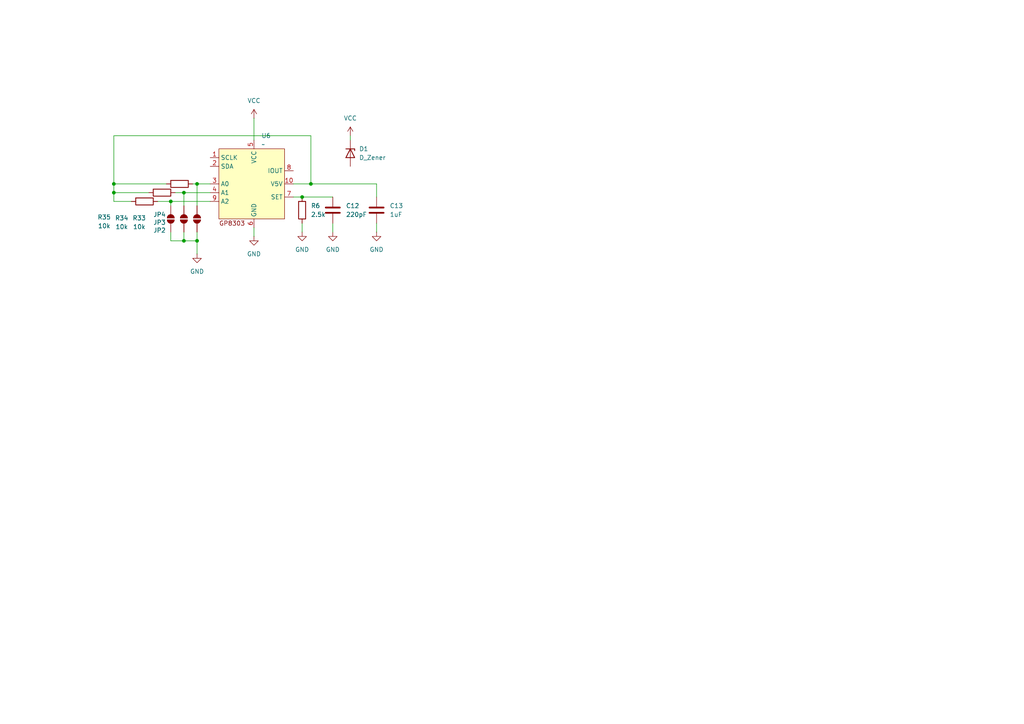
<source format=kicad_sch>
(kicad_sch
	(version 20250114)
	(generator "eeschema")
	(generator_version "9.0")
	(uuid "215639a1-f5ce-45eb-b212-20ea1f8a9dc5")
	(paper "A4")
	(lib_symbols
		(symbol "Device:C"
			(pin_numbers
				(hide yes)
			)
			(pin_names
				(offset 0.254)
			)
			(exclude_from_sim no)
			(in_bom yes)
			(on_board yes)
			(property "Reference" "C"
				(at 0.635 2.54 0)
				(effects
					(font
						(size 1.27 1.27)
					)
					(justify left)
				)
			)
			(property "Value" "C"
				(at 0.635 -2.54 0)
				(effects
					(font
						(size 1.27 1.27)
					)
					(justify left)
				)
			)
			(property "Footprint" ""
				(at 0.9652 -3.81 0)
				(effects
					(font
						(size 1.27 1.27)
					)
					(hide yes)
				)
			)
			(property "Datasheet" "~"
				(at 0 0 0)
				(effects
					(font
						(size 1.27 1.27)
					)
					(hide yes)
				)
			)
			(property "Description" "Unpolarized capacitor"
				(at 0 0 0)
				(effects
					(font
						(size 1.27 1.27)
					)
					(hide yes)
				)
			)
			(property "ki_keywords" "cap capacitor"
				(at 0 0 0)
				(effects
					(font
						(size 1.27 1.27)
					)
					(hide yes)
				)
			)
			(property "ki_fp_filters" "C_*"
				(at 0 0 0)
				(effects
					(font
						(size 1.27 1.27)
					)
					(hide yes)
				)
			)
			(symbol "C_0_1"
				(polyline
					(pts
						(xy -2.032 0.762) (xy 2.032 0.762)
					)
					(stroke
						(width 0.508)
						(type default)
					)
					(fill
						(type none)
					)
				)
				(polyline
					(pts
						(xy -2.032 -0.762) (xy 2.032 -0.762)
					)
					(stroke
						(width 0.508)
						(type default)
					)
					(fill
						(type none)
					)
				)
			)
			(symbol "C_1_1"
				(pin passive line
					(at 0 3.81 270)
					(length 2.794)
					(name "~"
						(effects
							(font
								(size 1.27 1.27)
							)
						)
					)
					(number "1"
						(effects
							(font
								(size 1.27 1.27)
							)
						)
					)
				)
				(pin passive line
					(at 0 -3.81 90)
					(length 2.794)
					(name "~"
						(effects
							(font
								(size 1.27 1.27)
							)
						)
					)
					(number "2"
						(effects
							(font
								(size 1.27 1.27)
							)
						)
					)
				)
			)
			(embedded_fonts no)
		)
		(symbol "Device:D_Zener"
			(pin_numbers
				(hide yes)
			)
			(pin_names
				(offset 1.016)
				(hide yes)
			)
			(exclude_from_sim no)
			(in_bom yes)
			(on_board yes)
			(property "Reference" "D"
				(at 0 2.54 0)
				(effects
					(font
						(size 1.27 1.27)
					)
				)
			)
			(property "Value" "D_Zener"
				(at 0 -2.54 0)
				(effects
					(font
						(size 1.27 1.27)
					)
				)
			)
			(property "Footprint" ""
				(at 0 0 0)
				(effects
					(font
						(size 1.27 1.27)
					)
					(hide yes)
				)
			)
			(property "Datasheet" "~"
				(at 0 0 0)
				(effects
					(font
						(size 1.27 1.27)
					)
					(hide yes)
				)
			)
			(property "Description" "Zener diode"
				(at 0 0 0)
				(effects
					(font
						(size 1.27 1.27)
					)
					(hide yes)
				)
			)
			(property "ki_keywords" "diode"
				(at 0 0 0)
				(effects
					(font
						(size 1.27 1.27)
					)
					(hide yes)
				)
			)
			(property "ki_fp_filters" "TO-???* *_Diode_* *SingleDiode* D_*"
				(at 0 0 0)
				(effects
					(font
						(size 1.27 1.27)
					)
					(hide yes)
				)
			)
			(symbol "D_Zener_0_1"
				(polyline
					(pts
						(xy -1.27 -1.27) (xy -1.27 1.27) (xy -0.762 1.27)
					)
					(stroke
						(width 0.254)
						(type default)
					)
					(fill
						(type none)
					)
				)
				(polyline
					(pts
						(xy 1.27 0) (xy -1.27 0)
					)
					(stroke
						(width 0)
						(type default)
					)
					(fill
						(type none)
					)
				)
				(polyline
					(pts
						(xy 1.27 -1.27) (xy 1.27 1.27) (xy -1.27 0) (xy 1.27 -1.27)
					)
					(stroke
						(width 0.254)
						(type default)
					)
					(fill
						(type none)
					)
				)
			)
			(symbol "D_Zener_1_1"
				(pin passive line
					(at -3.81 0 0)
					(length 2.54)
					(name "K"
						(effects
							(font
								(size 1.27 1.27)
							)
						)
					)
					(number "1"
						(effects
							(font
								(size 1.27 1.27)
							)
						)
					)
				)
				(pin passive line
					(at 3.81 0 180)
					(length 2.54)
					(name "A"
						(effects
							(font
								(size 1.27 1.27)
							)
						)
					)
					(number "2"
						(effects
							(font
								(size 1.27 1.27)
							)
						)
					)
				)
			)
			(embedded_fonts no)
		)
		(symbol "Device:R"
			(pin_numbers
				(hide yes)
			)
			(pin_names
				(offset 0)
			)
			(exclude_from_sim no)
			(in_bom yes)
			(on_board yes)
			(property "Reference" "R"
				(at 2.032 0 90)
				(effects
					(font
						(size 1.27 1.27)
					)
				)
			)
			(property "Value" "R"
				(at 0 0 90)
				(effects
					(font
						(size 1.27 1.27)
					)
				)
			)
			(property "Footprint" ""
				(at -1.778 0 90)
				(effects
					(font
						(size 1.27 1.27)
					)
					(hide yes)
				)
			)
			(property "Datasheet" "~"
				(at 0 0 0)
				(effects
					(font
						(size 1.27 1.27)
					)
					(hide yes)
				)
			)
			(property "Description" "Resistor"
				(at 0 0 0)
				(effects
					(font
						(size 1.27 1.27)
					)
					(hide yes)
				)
			)
			(property "ki_keywords" "R res resistor"
				(at 0 0 0)
				(effects
					(font
						(size 1.27 1.27)
					)
					(hide yes)
				)
			)
			(property "ki_fp_filters" "R_*"
				(at 0 0 0)
				(effects
					(font
						(size 1.27 1.27)
					)
					(hide yes)
				)
			)
			(symbol "R_0_1"
				(rectangle
					(start -1.016 -2.54)
					(end 1.016 2.54)
					(stroke
						(width 0.254)
						(type default)
					)
					(fill
						(type none)
					)
				)
			)
			(symbol "R_1_1"
				(pin passive line
					(at 0 3.81 270)
					(length 1.27)
					(name "~"
						(effects
							(font
								(size 1.27 1.27)
							)
						)
					)
					(number "1"
						(effects
							(font
								(size 1.27 1.27)
							)
						)
					)
				)
				(pin passive line
					(at 0 -3.81 90)
					(length 1.27)
					(name "~"
						(effects
							(font
								(size 1.27 1.27)
							)
						)
					)
					(number "2"
						(effects
							(font
								(size 1.27 1.27)
							)
						)
					)
				)
			)
			(embedded_fonts no)
		)
		(symbol "Jumper:SolderJumper_2_Open"
			(pin_numbers
				(hide yes)
			)
			(pin_names
				(offset 0)
				(hide yes)
			)
			(exclude_from_sim no)
			(in_bom no)
			(on_board yes)
			(property "Reference" "JP"
				(at 0 2.032 0)
				(effects
					(font
						(size 1.27 1.27)
					)
				)
			)
			(property "Value" "SolderJumper_2_Open"
				(at 0 -2.54 0)
				(effects
					(font
						(size 1.27 1.27)
					)
				)
			)
			(property "Footprint" ""
				(at 0 0 0)
				(effects
					(font
						(size 1.27 1.27)
					)
					(hide yes)
				)
			)
			(property "Datasheet" "~"
				(at 0 0 0)
				(effects
					(font
						(size 1.27 1.27)
					)
					(hide yes)
				)
			)
			(property "Description" "Solder Jumper, 2-pole, open"
				(at 0 0 0)
				(effects
					(font
						(size 1.27 1.27)
					)
					(hide yes)
				)
			)
			(property "ki_keywords" "solder jumper SPST"
				(at 0 0 0)
				(effects
					(font
						(size 1.27 1.27)
					)
					(hide yes)
				)
			)
			(property "ki_fp_filters" "SolderJumper*Open*"
				(at 0 0 0)
				(effects
					(font
						(size 1.27 1.27)
					)
					(hide yes)
				)
			)
			(symbol "SolderJumper_2_Open_0_1"
				(polyline
					(pts
						(xy -0.254 1.016) (xy -0.254 -1.016)
					)
					(stroke
						(width 0)
						(type default)
					)
					(fill
						(type none)
					)
				)
				(arc
					(start -0.254 -1.016)
					(mid -1.2656 0)
					(end -0.254 1.016)
					(stroke
						(width 0)
						(type default)
					)
					(fill
						(type none)
					)
				)
				(arc
					(start -0.254 -1.016)
					(mid -1.2656 0)
					(end -0.254 1.016)
					(stroke
						(width 0)
						(type default)
					)
					(fill
						(type outline)
					)
				)
				(arc
					(start 0.254 1.016)
					(mid 1.2656 0)
					(end 0.254 -1.016)
					(stroke
						(width 0)
						(type default)
					)
					(fill
						(type none)
					)
				)
				(arc
					(start 0.254 1.016)
					(mid 1.2656 0)
					(end 0.254 -1.016)
					(stroke
						(width 0)
						(type default)
					)
					(fill
						(type outline)
					)
				)
				(polyline
					(pts
						(xy 0.254 1.016) (xy 0.254 -1.016)
					)
					(stroke
						(width 0)
						(type default)
					)
					(fill
						(type none)
					)
				)
			)
			(symbol "SolderJumper_2_Open_1_1"
				(pin passive line
					(at -3.81 0 0)
					(length 2.54)
					(name "A"
						(effects
							(font
								(size 1.27 1.27)
							)
						)
					)
					(number "1"
						(effects
							(font
								(size 1.27 1.27)
							)
						)
					)
				)
				(pin passive line
					(at 3.81 0 180)
					(length 2.54)
					(name "B"
						(effects
							(font
								(size 1.27 1.27)
							)
						)
					)
					(number "2"
						(effects
							(font
								(size 1.27 1.27)
							)
						)
					)
				)
			)
			(embedded_fonts no)
		)
		(symbol "Riqi_Parts:GP8303"
			(exclude_from_sim no)
			(in_bom yes)
			(on_board yes)
			(property "Reference" "U"
				(at 0 0 0)
				(effects
					(font
						(size 1.27 1.27)
					)
				)
			)
			(property "Value" ""
				(at 0 0 0)
				(effects
					(font
						(size 1.27 1.27)
					)
				)
			)
			(property "Footprint" "Package_SO:SSOP-10-1EP_3.9x4.9mm_P1mm_EP2.1x3.3mm"
				(at 0 0 0)
				(effects
					(font
						(size 1.27 1.27)
					)
					(hide yes)
				)
			)
			(property "Datasheet" "https://lcsc.com/datasheet/lcsc_datasheet_2410121459_Guestgood-GP8303-TC50-EW_C3445809.pdf"
				(at 0 0 0)
				(effects
					(font
						(size 1.27 1.27)
					)
					(hide yes)
				)
			)
			(property "Description" ""
				(at 0 0 0)
				(effects
					(font
						(size 1.27 1.27)
					)
					(hide yes)
				)
			)
			(symbol "GP8303_1_1"
				(rectangle
					(start -1.27 -1.27)
					(end 17.78 -21.59)
					(stroke
						(width 0)
						(type solid)
					)
					(fill
						(type background)
					)
				)
				(text "GP8303"
					(at 2.54 -22.86 0)
					(effects
						(font
							(size 1.27 1.27)
						)
					)
				)
				(pin input line
					(at -3.81 -3.81 0)
					(length 2.54)
					(name "SCLK"
						(effects
							(font
								(size 1.27 1.27)
							)
						)
					)
					(number "1"
						(effects
							(font
								(size 1.27 1.27)
							)
						)
					)
				)
				(pin input line
					(at -3.81 -6.35 0)
					(length 2.54)
					(name "SDA"
						(effects
							(font
								(size 1.27 1.27)
							)
						)
					)
					(number "2"
						(effects
							(font
								(size 1.27 1.27)
							)
						)
					)
				)
				(pin input line
					(at -3.81 -11.43 0)
					(length 2.54)
					(name "A0"
						(effects
							(font
								(size 1.27 1.27)
							)
						)
					)
					(number "3"
						(effects
							(font
								(size 1.27 1.27)
							)
						)
					)
				)
				(pin input line
					(at -3.81 -13.97 0)
					(length 2.54)
					(name "A1"
						(effects
							(font
								(size 1.27 1.27)
							)
						)
					)
					(number "4"
						(effects
							(font
								(size 1.27 1.27)
							)
						)
					)
				)
				(pin input line
					(at -3.81 -16.51 0)
					(length 2.54)
					(name "A2"
						(effects
							(font
								(size 1.27 1.27)
							)
						)
					)
					(number "9"
						(effects
							(font
								(size 1.27 1.27)
							)
						)
					)
				)
				(pin input line
					(at 8.89 1.27 270)
					(length 2.54)
					(name "VCC"
						(effects
							(font
								(size 1.27 1.27)
							)
						)
					)
					(number "5"
						(effects
							(font
								(size 1.27 1.27)
							)
						)
					)
				)
				(pin input line
					(at 8.89 -24.13 90)
					(length 2.54)
					(name "GND"
						(effects
							(font
								(size 1.27 1.27)
							)
						)
					)
					(number "6"
						(effects
							(font
								(size 1.27 1.27)
							)
						)
					)
				)
				(pin output line
					(at 20.32 -7.62 180)
					(length 2.54)
					(name "IOUT"
						(effects
							(font
								(size 1.27 1.27)
							)
						)
					)
					(number "8"
						(effects
							(font
								(size 1.27 1.27)
							)
						)
					)
				)
				(pin output line
					(at 20.32 -11.43 180)
					(length 2.54)
					(name "V5V"
						(effects
							(font
								(size 1.27 1.27)
							)
						)
					)
					(number "10"
						(effects
							(font
								(size 1.27 1.27)
							)
						)
					)
				)
				(pin output line
					(at 20.32 -15.24 180)
					(length 2.54)
					(name "SET"
						(effects
							(font
								(size 1.27 1.27)
							)
						)
					)
					(number "7"
						(effects
							(font
								(size 1.27 1.27)
							)
						)
					)
				)
			)
			(embedded_fonts no)
		)
		(symbol "power:GND"
			(power)
			(pin_numbers
				(hide yes)
			)
			(pin_names
				(offset 0)
				(hide yes)
			)
			(exclude_from_sim no)
			(in_bom yes)
			(on_board yes)
			(property "Reference" "#PWR"
				(at 0 -6.35 0)
				(effects
					(font
						(size 1.27 1.27)
					)
					(hide yes)
				)
			)
			(property "Value" "GND"
				(at 0 -3.81 0)
				(effects
					(font
						(size 1.27 1.27)
					)
				)
			)
			(property "Footprint" ""
				(at 0 0 0)
				(effects
					(font
						(size 1.27 1.27)
					)
					(hide yes)
				)
			)
			(property "Datasheet" ""
				(at 0 0 0)
				(effects
					(font
						(size 1.27 1.27)
					)
					(hide yes)
				)
			)
			(property "Description" "Power symbol creates a global label with name \"GND\" , ground"
				(at 0 0 0)
				(effects
					(font
						(size 1.27 1.27)
					)
					(hide yes)
				)
			)
			(property "ki_keywords" "global power"
				(at 0 0 0)
				(effects
					(font
						(size 1.27 1.27)
					)
					(hide yes)
				)
			)
			(symbol "GND_0_1"
				(polyline
					(pts
						(xy 0 0) (xy 0 -1.27) (xy 1.27 -1.27) (xy 0 -2.54) (xy -1.27 -1.27) (xy 0 -1.27)
					)
					(stroke
						(width 0)
						(type default)
					)
					(fill
						(type none)
					)
				)
			)
			(symbol "GND_1_1"
				(pin power_in line
					(at 0 0 270)
					(length 0)
					(name "~"
						(effects
							(font
								(size 1.27 1.27)
							)
						)
					)
					(number "1"
						(effects
							(font
								(size 1.27 1.27)
							)
						)
					)
				)
			)
			(embedded_fonts no)
		)
		(symbol "power:VCC"
			(power)
			(pin_numbers
				(hide yes)
			)
			(pin_names
				(offset 0)
				(hide yes)
			)
			(exclude_from_sim no)
			(in_bom yes)
			(on_board yes)
			(property "Reference" "#PWR"
				(at 0 -3.81 0)
				(effects
					(font
						(size 1.27 1.27)
					)
					(hide yes)
				)
			)
			(property "Value" "VCC"
				(at 0 3.556 0)
				(effects
					(font
						(size 1.27 1.27)
					)
				)
			)
			(property "Footprint" ""
				(at 0 0 0)
				(effects
					(font
						(size 1.27 1.27)
					)
					(hide yes)
				)
			)
			(property "Datasheet" ""
				(at 0 0 0)
				(effects
					(font
						(size 1.27 1.27)
					)
					(hide yes)
				)
			)
			(property "Description" "Power symbol creates a global label with name \"VCC\""
				(at 0 0 0)
				(effects
					(font
						(size 1.27 1.27)
					)
					(hide yes)
				)
			)
			(property "ki_keywords" "global power"
				(at 0 0 0)
				(effects
					(font
						(size 1.27 1.27)
					)
					(hide yes)
				)
			)
			(symbol "VCC_0_1"
				(polyline
					(pts
						(xy -0.762 1.27) (xy 0 2.54)
					)
					(stroke
						(width 0)
						(type default)
					)
					(fill
						(type none)
					)
				)
				(polyline
					(pts
						(xy 0 2.54) (xy 0.762 1.27)
					)
					(stroke
						(width 0)
						(type default)
					)
					(fill
						(type none)
					)
				)
				(polyline
					(pts
						(xy 0 0) (xy 0 2.54)
					)
					(stroke
						(width 0)
						(type default)
					)
					(fill
						(type none)
					)
				)
			)
			(symbol "VCC_1_1"
				(pin power_in line
					(at 0 0 90)
					(length 0)
					(name "~"
						(effects
							(font
								(size 1.27 1.27)
							)
						)
					)
					(number "1"
						(effects
							(font
								(size 1.27 1.27)
							)
						)
					)
				)
			)
			(embedded_fonts no)
		)
	)
	(junction
		(at 53.34 69.85)
		(diameter 0)
		(color 0 0 0 0)
		(uuid "0df774cd-8511-424d-b343-072e79d8b015")
	)
	(junction
		(at 33.02 55.88)
		(diameter 0)
		(color 0 0 0 0)
		(uuid "2f7194ec-f9aa-4f2e-acfc-90ebe0ea3a03")
	)
	(junction
		(at 53.34 55.88)
		(diameter 0)
		(color 0 0 0 0)
		(uuid "57085090-695e-4dd8-9e95-29a9c4e4e7fa")
	)
	(junction
		(at 33.02 53.34)
		(diameter 0)
		(color 0 0 0 0)
		(uuid "ad157852-8d3d-4b40-8b44-50982c7c80c1")
	)
	(junction
		(at 90.17 53.34)
		(diameter 0)
		(color 0 0 0 0)
		(uuid "bf2030aa-0f91-4149-a5d3-1766216f6bb4")
	)
	(junction
		(at 49.53 58.42)
		(diameter 0)
		(color 0 0 0 0)
		(uuid "cf7230b7-414b-43bf-b4b3-8d1c8c888651")
	)
	(junction
		(at 57.15 53.34)
		(diameter 0)
		(color 0 0 0 0)
		(uuid "d5f64495-e812-43e9-9be3-3e29048cb301")
	)
	(junction
		(at 57.15 69.85)
		(diameter 0)
		(color 0 0 0 0)
		(uuid "e29cf499-8ca7-4057-9be4-e2b26b9e55b0")
	)
	(junction
		(at 87.63 57.15)
		(diameter 0)
		(color 0 0 0 0)
		(uuid "f70b8cb4-960d-4159-8cba-c31eeebc3995")
	)
	(wire
		(pts
			(xy 53.34 69.85) (xy 57.15 69.85)
		)
		(stroke
			(width 0)
			(type default)
		)
		(uuid "088d6c11-df9f-463f-be43-bedfe3d0c7f3")
	)
	(wire
		(pts
			(xy 109.22 64.77) (xy 109.22 67.31)
		)
		(stroke
			(width 0)
			(type default)
		)
		(uuid "0968e896-4cc7-4c05-9aca-399ffed37113")
	)
	(wire
		(pts
			(xy 109.22 53.34) (xy 90.17 53.34)
		)
		(stroke
			(width 0)
			(type default)
		)
		(uuid "2527b0b4-a21f-4d8a-abc5-6417105816ef")
	)
	(wire
		(pts
			(xy 53.34 67.31) (xy 53.34 69.85)
		)
		(stroke
			(width 0)
			(type default)
		)
		(uuid "26071765-fbf3-42d5-9e87-d4c92e4746f5")
	)
	(wire
		(pts
			(xy 49.53 69.85) (xy 53.34 69.85)
		)
		(stroke
			(width 0)
			(type default)
		)
		(uuid "2899dbf8-279f-40f2-bf38-1cb671fdf083")
	)
	(wire
		(pts
			(xy 33.02 53.34) (xy 33.02 55.88)
		)
		(stroke
			(width 0)
			(type default)
		)
		(uuid "2a1c1912-9b22-4f7a-9515-4f326e671b4a")
	)
	(wire
		(pts
			(xy 90.17 53.34) (xy 90.17 39.37)
		)
		(stroke
			(width 0)
			(type default)
		)
		(uuid "2d86341e-bc46-4900-a110-7d2175861ed7")
	)
	(wire
		(pts
			(xy 109.22 57.15) (xy 109.22 53.34)
		)
		(stroke
			(width 0)
			(type default)
		)
		(uuid "38b6ef19-f86e-4ef6-8116-0f17660d7598")
	)
	(wire
		(pts
			(xy 57.15 53.34) (xy 60.96 53.34)
		)
		(stroke
			(width 0)
			(type default)
		)
		(uuid "3a45d22f-a1de-4c47-906e-1e8905642b03")
	)
	(wire
		(pts
			(xy 73.66 34.29) (xy 73.66 40.64)
		)
		(stroke
			(width 0)
			(type default)
		)
		(uuid "3fe328b7-2aa4-4016-99f2-51890249f951")
	)
	(wire
		(pts
			(xy 96.52 64.77) (xy 96.52 67.31)
		)
		(stroke
			(width 0)
			(type default)
		)
		(uuid "534e767a-b8c4-4894-9f60-391817cb92cb")
	)
	(wire
		(pts
			(xy 87.63 57.15) (xy 96.52 57.15)
		)
		(stroke
			(width 0)
			(type default)
		)
		(uuid "537343a8-b031-4d5b-a54b-e9b827e8bba3")
	)
	(wire
		(pts
			(xy 53.34 55.88) (xy 53.34 59.69)
		)
		(stroke
			(width 0)
			(type default)
		)
		(uuid "58118f88-3725-49b6-bdc6-4fdeeee41490")
	)
	(wire
		(pts
			(xy 57.15 69.85) (xy 57.15 73.66)
		)
		(stroke
			(width 0)
			(type default)
		)
		(uuid "63f87a22-1d9e-497f-8af2-1a953773c88e")
	)
	(wire
		(pts
			(xy 45.72 58.42) (xy 49.53 58.42)
		)
		(stroke
			(width 0)
			(type default)
		)
		(uuid "8af1d322-2a89-484a-99c1-1874a661c603")
	)
	(wire
		(pts
			(xy 33.02 39.37) (xy 33.02 53.34)
		)
		(stroke
			(width 0)
			(type default)
		)
		(uuid "9c9f64d8-d466-47ed-93e4-85d90679b4a0")
	)
	(wire
		(pts
			(xy 33.02 39.37) (xy 90.17 39.37)
		)
		(stroke
			(width 0)
			(type default)
		)
		(uuid "a18bcc0e-9569-498d-bed7-98cb40a8e6ab")
	)
	(wire
		(pts
			(xy 101.6 39.37) (xy 101.6 40.64)
		)
		(stroke
			(width 0)
			(type default)
		)
		(uuid "a470245c-5982-4c61-88cd-df36b5f36b66")
	)
	(wire
		(pts
			(xy 85.09 53.34) (xy 90.17 53.34)
		)
		(stroke
			(width 0)
			(type default)
		)
		(uuid "aa23e288-610c-4c5b-8d01-3f7f5c051d36")
	)
	(wire
		(pts
			(xy 33.02 58.42) (xy 38.1 58.42)
		)
		(stroke
			(width 0)
			(type default)
		)
		(uuid "b307622e-4be4-4d35-8d9b-e1f2a17d14f7")
	)
	(wire
		(pts
			(xy 49.53 67.31) (xy 49.53 69.85)
		)
		(stroke
			(width 0)
			(type default)
		)
		(uuid "b31b7973-ca97-4adb-a4d6-ff6917c89266")
	)
	(wire
		(pts
			(xy 55.88 53.34) (xy 57.15 53.34)
		)
		(stroke
			(width 0)
			(type default)
		)
		(uuid "bc68e483-0657-4204-90ca-d93ba18d830d")
	)
	(wire
		(pts
			(xy 57.15 67.31) (xy 57.15 69.85)
		)
		(stroke
			(width 0)
			(type default)
		)
		(uuid "bfe89f93-437c-4b3a-aad7-444926bcfdb4")
	)
	(wire
		(pts
			(xy 33.02 55.88) (xy 33.02 58.42)
		)
		(stroke
			(width 0)
			(type default)
		)
		(uuid "cd476e05-5510-4590-b6c3-4db854bbdc12")
	)
	(wire
		(pts
			(xy 49.53 58.42) (xy 60.96 58.42)
		)
		(stroke
			(width 0)
			(type default)
		)
		(uuid "cf558ecf-53e1-4033-8a6a-d776cdd3f5ca")
	)
	(wire
		(pts
			(xy 49.53 58.42) (xy 49.53 59.69)
		)
		(stroke
			(width 0)
			(type default)
		)
		(uuid "d3838c29-9ff2-44d9-bbeb-cc25df765cc0")
	)
	(wire
		(pts
			(xy 57.15 53.34) (xy 57.15 59.69)
		)
		(stroke
			(width 0)
			(type default)
		)
		(uuid "d78effc7-2c58-4819-a429-e453a1fc4f66")
	)
	(wire
		(pts
			(xy 33.02 53.34) (xy 48.26 53.34)
		)
		(stroke
			(width 0)
			(type default)
		)
		(uuid "e0bf7d36-f757-4453-b9ac-2a7645eb55a6")
	)
	(wire
		(pts
			(xy 33.02 55.88) (xy 43.18 55.88)
		)
		(stroke
			(width 0)
			(type default)
		)
		(uuid "e2b52839-cd59-4fa4-a7a3-42057b7599f8")
	)
	(wire
		(pts
			(xy 50.8 55.88) (xy 53.34 55.88)
		)
		(stroke
			(width 0)
			(type default)
		)
		(uuid "e4a6ce68-f43b-4fb0-b496-fd84445b3ac1")
	)
	(wire
		(pts
			(xy 53.34 55.88) (xy 60.96 55.88)
		)
		(stroke
			(width 0)
			(type default)
		)
		(uuid "e8c56740-2685-4905-847c-55016c8e9e70")
	)
	(wire
		(pts
			(xy 87.63 64.77) (xy 87.63 67.31)
		)
		(stroke
			(width 0)
			(type default)
		)
		(uuid "f1b5ca57-f115-43d6-9fdf-dff54366530b")
	)
	(wire
		(pts
			(xy 85.09 57.15) (xy 87.63 57.15)
		)
		(stroke
			(width 0)
			(type default)
		)
		(uuid "f240589a-63b6-4bd0-9549-5689c79d8cb5")
	)
	(wire
		(pts
			(xy 73.66 66.04) (xy 73.66 68.58)
		)
		(stroke
			(width 0)
			(type default)
		)
		(uuid "fd53d808-02cf-47b6-b086-d0cfaa36116e")
	)
	(symbol
		(lib_id "Riqi_Parts:GP8303")
		(at 64.77 41.91 0)
		(unit 1)
		(exclude_from_sim no)
		(in_bom yes)
		(on_board yes)
		(dnp no)
		(fields_autoplaced yes)
		(uuid "007c8415-3d08-4638-960c-d4e6ceb71c1c")
		(property "Reference" "U6"
			(at 75.8033 39.37 0)
			(effects
				(font
					(size 1.27 1.27)
				)
				(justify left)
			)
		)
		(property "Value" "~"
			(at 75.8033 41.91 0)
			(effects
				(font
					(size 1.27 1.27)
				)
				(justify left)
			)
		)
		(property "Footprint" "Package_SO:SSOP-10-1EP_3.9x4.9mm_P1mm_EP2.1x3.3mm"
			(at 64.77 41.91 0)
			(effects
				(font
					(size 1.27 1.27)
				)
				(hide yes)
			)
		)
		(property "Datasheet" "https://lcsc.com/datasheet/lcsc_datasheet_2410121459_Guestgood-GP8303-TC50-EW_C3445809.pdf"
			(at 64.77 41.91 0)
			(effects
				(font
					(size 1.27 1.27)
				)
				(hide yes)
			)
		)
		(property "Description" ""
			(at 64.77 41.91 0)
			(effects
				(font
					(size 1.27 1.27)
				)
				(hide yes)
			)
		)
		(pin "4"
			(uuid "fd1ef693-8ffe-4b2d-b956-22e8a02e38ae")
		)
		(pin "3"
			(uuid "9b26f199-f01f-4d19-a7ce-c22d4326d0bb")
		)
		(pin "7"
			(uuid "b0943bc5-7c1e-4055-a13b-8818c7985fb8")
		)
		(pin "1"
			(uuid "6a510f9e-9fa2-46f0-8113-0ccacfdde44c")
		)
		(pin "5"
			(uuid "6526d7c7-fa39-4f51-a0c7-555c393e5984")
		)
		(pin "6"
			(uuid "8e6dd54e-fbba-42ce-81ff-ebcba15ff08a")
		)
		(pin "9"
			(uuid "d6b2f7d9-588d-439e-8003-fd6a3859d700")
		)
		(pin "8"
			(uuid "5c2f88a3-da3d-49aa-ae3b-1d37ea5970c1")
		)
		(pin "2"
			(uuid "05e097c5-8771-414d-9cea-dfa5c578b812")
		)
		(pin "10"
			(uuid "95140aa7-2de8-4426-b0d7-f41de7ce050b")
		)
		(instances
			(project "NIVARA"
				(path "/ff64f013-32cc-4b27-a03f-45a540688198/1d6a0d55-124c-4c27-8d03-8c1521f03c11/79c918a9-f317-4d5f-bb9b-0b041458b822"
					(reference "U6")
					(unit 1)
				)
			)
		)
	)
	(symbol
		(lib_id "Device:D_Zener")
		(at 101.6 44.45 270)
		(unit 1)
		(exclude_from_sim no)
		(in_bom yes)
		(on_board yes)
		(dnp no)
		(fields_autoplaced yes)
		(uuid "015119ce-41e7-4c0f-a2a9-63c22eccbf01")
		(property "Reference" "D1"
			(at 104.14 43.1799 90)
			(effects
				(font
					(size 1.27 1.27)
				)
				(justify left)
			)
		)
		(property "Value" "D_Zener"
			(at 104.14 45.7199 90)
			(effects
				(font
					(size 1.27 1.27)
				)
				(justify left)
			)
		)
		(property "Footprint" ""
			(at 101.6 44.45 0)
			(effects
				(font
					(size 1.27 1.27)
				)
				(hide yes)
			)
		)
		(property "Datasheet" "~"
			(at 101.6 44.45 0)
			(effects
				(font
					(size 1.27 1.27)
				)
				(hide yes)
			)
		)
		(property "Description" "Zener diode"
			(at 101.6 44.45 0)
			(effects
				(font
					(size 1.27 1.27)
				)
				(hide yes)
			)
		)
		(pin "1"
			(uuid "1488f2ae-f302-4246-9324-007fb06ef768")
		)
		(pin "2"
			(uuid "fe999b71-ea6f-4667-b45d-9a338393223f")
		)
		(instances
			(project "NIVARA"
				(path "/ff64f013-32cc-4b27-a03f-45a540688198/1d6a0d55-124c-4c27-8d03-8c1521f03c11/79c918a9-f317-4d5f-bb9b-0b041458b822"
					(reference "D1")
					(unit 1)
				)
			)
		)
	)
	(symbol
		(lib_id "Device:R")
		(at 87.63 60.96 0)
		(unit 1)
		(exclude_from_sim no)
		(in_bom yes)
		(on_board yes)
		(dnp no)
		(fields_autoplaced yes)
		(uuid "06f68016-6dfc-41a8-af71-e5c609e6838a")
		(property "Reference" "R6"
			(at 90.17 59.6899 0)
			(effects
				(font
					(size 1.27 1.27)
				)
				(justify left)
			)
		)
		(property "Value" "2.5k"
			(at 90.17 62.2299 0)
			(effects
				(font
					(size 1.27 1.27)
				)
				(justify left)
			)
		)
		(property "Footprint" ""
			(at 85.852 60.96 90)
			(effects
				(font
					(size 1.27 1.27)
				)
				(hide yes)
			)
		)
		(property "Datasheet" "~"
			(at 87.63 60.96 0)
			(effects
				(font
					(size 1.27 1.27)
				)
				(hide yes)
			)
		)
		(property "Description" "Resistor"
			(at 87.63 60.96 0)
			(effects
				(font
					(size 1.27 1.27)
				)
				(hide yes)
			)
		)
		(pin "2"
			(uuid "d9b2a7b3-d94b-46ab-b63a-f8eddf919ca7")
		)
		(pin "1"
			(uuid "9974bce6-be59-47cf-971a-60d06da6547d")
		)
		(instances
			(project "NIVARA"
				(path "/ff64f013-32cc-4b27-a03f-45a540688198/1d6a0d55-124c-4c27-8d03-8c1521f03c11/79c918a9-f317-4d5f-bb9b-0b041458b822"
					(reference "R6")
					(unit 1)
				)
			)
		)
	)
	(symbol
		(lib_id "power:GND")
		(at 57.15 73.66 0)
		(unit 1)
		(exclude_from_sim no)
		(in_bom yes)
		(on_board yes)
		(dnp no)
		(fields_autoplaced yes)
		(uuid "37cbe913-8f69-41dc-9a8f-3ec97a876ceb")
		(property "Reference" "#PWR061"
			(at 57.15 80.01 0)
			(effects
				(font
					(size 1.27 1.27)
				)
				(hide yes)
			)
		)
		(property "Value" "GND"
			(at 57.15 78.74 0)
			(effects
				(font
					(size 1.27 1.27)
				)
			)
		)
		(property "Footprint" ""
			(at 57.15 73.66 0)
			(effects
				(font
					(size 1.27 1.27)
				)
				(hide yes)
			)
		)
		(property "Datasheet" ""
			(at 57.15 73.66 0)
			(effects
				(font
					(size 1.27 1.27)
				)
				(hide yes)
			)
		)
		(property "Description" "Power symbol creates a global label with name \"GND\" , ground"
			(at 57.15 73.66 0)
			(effects
				(font
					(size 1.27 1.27)
				)
				(hide yes)
			)
		)
		(pin "1"
			(uuid "77c8a16b-a1c8-46ec-ad18-a6b4dff4837c")
		)
		(instances
			(project "NIVARA"
				(path "/ff64f013-32cc-4b27-a03f-45a540688198/1d6a0d55-124c-4c27-8d03-8c1521f03c11/79c918a9-f317-4d5f-bb9b-0b041458b822"
					(reference "#PWR061")
					(unit 1)
				)
			)
		)
	)
	(symbol
		(lib_id "power:VCC")
		(at 73.66 34.29 0)
		(unit 1)
		(exclude_from_sim no)
		(in_bom yes)
		(on_board yes)
		(dnp no)
		(fields_autoplaced yes)
		(uuid "68f009ae-7821-46db-a10f-fed92f1afa3f")
		(property "Reference" "#PWR028"
			(at 73.66 38.1 0)
			(effects
				(font
					(size 1.27 1.27)
				)
				(hide yes)
			)
		)
		(property "Value" "VCC"
			(at 73.66 29.21 0)
			(effects
				(font
					(size 1.27 1.27)
				)
			)
		)
		(property "Footprint" ""
			(at 73.66 34.29 0)
			(effects
				(font
					(size 1.27 1.27)
				)
				(hide yes)
			)
		)
		(property "Datasheet" ""
			(at 73.66 34.29 0)
			(effects
				(font
					(size 1.27 1.27)
				)
				(hide yes)
			)
		)
		(property "Description" "Power symbol creates a global label with name \"VCC\""
			(at 73.66 34.29 0)
			(effects
				(font
					(size 1.27 1.27)
				)
				(hide yes)
			)
		)
		(pin "1"
			(uuid "f8e143dc-2d44-4eb2-8c0a-4d80fda73bbb")
		)
		(instances
			(project "NIVARA"
				(path "/ff64f013-32cc-4b27-a03f-45a540688198/1d6a0d55-124c-4c27-8d03-8c1521f03c11/79c918a9-f317-4d5f-bb9b-0b041458b822"
					(reference "#PWR028")
					(unit 1)
				)
			)
		)
	)
	(symbol
		(lib_id "power:GND")
		(at 87.63 67.31 0)
		(unit 1)
		(exclude_from_sim no)
		(in_bom yes)
		(on_board yes)
		(dnp no)
		(fields_autoplaced yes)
		(uuid "6e7bf2ea-859f-4d5d-af83-385a2cbec825")
		(property "Reference" "#PWR055"
			(at 87.63 73.66 0)
			(effects
				(font
					(size 1.27 1.27)
				)
				(hide yes)
			)
		)
		(property "Value" "GND"
			(at 87.63 72.39 0)
			(effects
				(font
					(size 1.27 1.27)
				)
			)
		)
		(property "Footprint" ""
			(at 87.63 67.31 0)
			(effects
				(font
					(size 1.27 1.27)
				)
				(hide yes)
			)
		)
		(property "Datasheet" ""
			(at 87.63 67.31 0)
			(effects
				(font
					(size 1.27 1.27)
				)
				(hide yes)
			)
		)
		(property "Description" "Power symbol creates a global label with name \"GND\" , ground"
			(at 87.63 67.31 0)
			(effects
				(font
					(size 1.27 1.27)
				)
				(hide yes)
			)
		)
		(pin "1"
			(uuid "711e2b62-a28e-4619-ba60-c6bce58814f8")
		)
		(instances
			(project "NIVARA"
				(path "/ff64f013-32cc-4b27-a03f-45a540688198/1d6a0d55-124c-4c27-8d03-8c1521f03c11/79c918a9-f317-4d5f-bb9b-0b041458b822"
					(reference "#PWR055")
					(unit 1)
				)
			)
		)
	)
	(symbol
		(lib_id "Device:R")
		(at 52.07 53.34 90)
		(unit 1)
		(exclude_from_sim no)
		(in_bom yes)
		(on_board yes)
		(dnp no)
		(uuid "6fd72bf2-8635-4c36-8018-2b055cfd982c")
		(property "Reference" "R33"
			(at 40.386 63.246 90)
			(effects
				(font
					(size 1.27 1.27)
				)
			)
		)
		(property "Value" "10k"
			(at 40.386 65.786 90)
			(effects
				(font
					(size 1.27 1.27)
				)
			)
		)
		(property "Footprint" ""
			(at 52.07 55.118 90)
			(effects
				(font
					(size 1.27 1.27)
				)
				(hide yes)
			)
		)
		(property "Datasheet" "~"
			(at 52.07 53.34 0)
			(effects
				(font
					(size 1.27 1.27)
				)
				(hide yes)
			)
		)
		(property "Description" "Resistor"
			(at 52.07 53.34 0)
			(effects
				(font
					(size 1.27 1.27)
				)
				(hide yes)
			)
		)
		(pin "2"
			(uuid "a60f3140-4610-4796-b193-543bb70428fe")
		)
		(pin "1"
			(uuid "43e7de1b-ce45-4320-81d9-ddd156fe5b6f")
		)
		(instances
			(project "NIVARA"
				(path "/ff64f013-32cc-4b27-a03f-45a540688198/1d6a0d55-124c-4c27-8d03-8c1521f03c11/79c918a9-f317-4d5f-bb9b-0b041458b822"
					(reference "R33")
					(unit 1)
				)
			)
		)
	)
	(symbol
		(lib_id "Device:C")
		(at 109.22 60.96 0)
		(unit 1)
		(exclude_from_sim no)
		(in_bom yes)
		(on_board yes)
		(dnp no)
		(fields_autoplaced yes)
		(uuid "76c0ce2a-efb2-43cf-acfe-569396b81e2e")
		(property "Reference" "C13"
			(at 113.03 59.6899 0)
			(effects
				(font
					(size 1.27 1.27)
				)
				(justify left)
			)
		)
		(property "Value" "1uF"
			(at 113.03 62.2299 0)
			(effects
				(font
					(size 1.27 1.27)
				)
				(justify left)
			)
		)
		(property "Footprint" ""
			(at 110.1852 64.77 0)
			(effects
				(font
					(size 1.27 1.27)
				)
				(hide yes)
			)
		)
		(property "Datasheet" "~"
			(at 109.22 60.96 0)
			(effects
				(font
					(size 1.27 1.27)
				)
				(hide yes)
			)
		)
		(property "Description" "Unpolarized capacitor"
			(at 109.22 60.96 0)
			(effects
				(font
					(size 1.27 1.27)
				)
				(hide yes)
			)
		)
		(pin "1"
			(uuid "1d1455f0-62dd-4cb9-a737-fa697c12834a")
		)
		(pin "2"
			(uuid "81d712b2-f3b0-4f05-a591-0ee0df262a0e")
		)
		(instances
			(project "NIVARA"
				(path "/ff64f013-32cc-4b27-a03f-45a540688198/1d6a0d55-124c-4c27-8d03-8c1521f03c11/79c918a9-f317-4d5f-bb9b-0b041458b822"
					(reference "C13")
					(unit 1)
				)
			)
		)
	)
	(symbol
		(lib_id "Jumper:SolderJumper_2_Open")
		(at 49.53 63.5 90)
		(unit 1)
		(exclude_from_sim no)
		(in_bom no)
		(on_board yes)
		(dnp no)
		(uuid "8a4b8e75-d0f4-4be0-8570-8bf5389d3dab")
		(property "Reference" "JP4"
			(at 44.45 62.23 90)
			(effects
				(font
					(size 1.27 1.27)
				)
				(justify right)
			)
		)
		(property "Value" "SolderJumper_2_Open"
			(at 52.07 64.7699 90)
			(effects
				(font
					(size 1.27 1.27)
				)
				(justify right)
				(hide yes)
			)
		)
		(property "Footprint" ""
			(at 49.53 63.5 0)
			(effects
				(font
					(size 1.27 1.27)
				)
				(hide yes)
			)
		)
		(property "Datasheet" "~"
			(at 49.53 63.5 0)
			(effects
				(font
					(size 1.27 1.27)
				)
				(hide yes)
			)
		)
		(property "Description" "Solder Jumper, 2-pole, open"
			(at 49.53 63.5 0)
			(effects
				(font
					(size 1.27 1.27)
				)
				(hide yes)
			)
		)
		(pin "1"
			(uuid "b9837641-9906-4a47-a20c-02bef32f6f4f")
		)
		(pin "2"
			(uuid "2c2e7515-0aa3-407b-849a-23ab93cca7b7")
		)
		(instances
			(project "NIVARA"
				(path "/ff64f013-32cc-4b27-a03f-45a540688198/1d6a0d55-124c-4c27-8d03-8c1521f03c11/79c918a9-f317-4d5f-bb9b-0b041458b822"
					(reference "JP4")
					(unit 1)
				)
			)
		)
	)
	(symbol
		(lib_id "power:GND")
		(at 73.66 68.58 0)
		(unit 1)
		(exclude_from_sim no)
		(in_bom yes)
		(on_board yes)
		(dnp no)
		(fields_autoplaced yes)
		(uuid "928c9f4b-dd4c-4951-8176-93f61076d353")
		(property "Reference" "#PWR026"
			(at 73.66 74.93 0)
			(effects
				(font
					(size 1.27 1.27)
				)
				(hide yes)
			)
		)
		(property "Value" "GND"
			(at 73.66 73.66 0)
			(effects
				(font
					(size 1.27 1.27)
				)
			)
		)
		(property "Footprint" ""
			(at 73.66 68.58 0)
			(effects
				(font
					(size 1.27 1.27)
				)
				(hide yes)
			)
		)
		(property "Datasheet" ""
			(at 73.66 68.58 0)
			(effects
				(font
					(size 1.27 1.27)
				)
				(hide yes)
			)
		)
		(property "Description" "Power symbol creates a global label with name \"GND\" , ground"
			(at 73.66 68.58 0)
			(effects
				(font
					(size 1.27 1.27)
				)
				(hide yes)
			)
		)
		(pin "1"
			(uuid "2dca4df6-15d9-4915-abe3-9ae73042db16")
		)
		(instances
			(project "NIVARA"
				(path "/ff64f013-32cc-4b27-a03f-45a540688198/1d6a0d55-124c-4c27-8d03-8c1521f03c11/79c918a9-f317-4d5f-bb9b-0b041458b822"
					(reference "#PWR026")
					(unit 1)
				)
			)
		)
	)
	(symbol
		(lib_id "Jumper:SolderJumper_2_Open")
		(at 57.15 63.5 90)
		(unit 1)
		(exclude_from_sim no)
		(in_bom no)
		(on_board yes)
		(dnp no)
		(uuid "9ffb1597-b75d-4c9b-8b40-04dc72d03c29")
		(property "Reference" "JP2"
			(at 44.45 66.802 90)
			(effects
				(font
					(size 1.27 1.27)
				)
				(justify right)
			)
		)
		(property "Value" "SolderJumper_2_Open"
			(at 59.69 64.7699 90)
			(effects
				(font
					(size 1.27 1.27)
				)
				(justify right)
				(hide yes)
			)
		)
		(property "Footprint" ""
			(at 57.15 63.5 0)
			(effects
				(font
					(size 1.27 1.27)
				)
				(hide yes)
			)
		)
		(property "Datasheet" "~"
			(at 57.15 63.5 0)
			(effects
				(font
					(size 1.27 1.27)
				)
				(hide yes)
			)
		)
		(property "Description" "Solder Jumper, 2-pole, open"
			(at 57.15 63.5 0)
			(effects
				(font
					(size 1.27 1.27)
				)
				(hide yes)
			)
		)
		(pin "1"
			(uuid "7eb5d0d5-8eeb-4995-af80-263acee4ec6c")
		)
		(pin "2"
			(uuid "659765a0-1c5c-4c0a-b544-944bc4b54eb4")
		)
		(instances
			(project "NIVARA"
				(path "/ff64f013-32cc-4b27-a03f-45a540688198/1d6a0d55-124c-4c27-8d03-8c1521f03c11/79c918a9-f317-4d5f-bb9b-0b041458b822"
					(reference "JP2")
					(unit 1)
				)
			)
		)
	)
	(symbol
		(lib_id "power:GND")
		(at 109.22 67.31 0)
		(unit 1)
		(exclude_from_sim no)
		(in_bom yes)
		(on_board yes)
		(dnp no)
		(fields_autoplaced yes)
		(uuid "b40b05bf-b683-419d-a549-13d808562a7c")
		(property "Reference" "#PWR062"
			(at 109.22 73.66 0)
			(effects
				(font
					(size 1.27 1.27)
				)
				(hide yes)
			)
		)
		(property "Value" "GND"
			(at 109.22 72.39 0)
			(effects
				(font
					(size 1.27 1.27)
				)
			)
		)
		(property "Footprint" ""
			(at 109.22 67.31 0)
			(effects
				(font
					(size 1.27 1.27)
				)
				(hide yes)
			)
		)
		(property "Datasheet" ""
			(at 109.22 67.31 0)
			(effects
				(font
					(size 1.27 1.27)
				)
				(hide yes)
			)
		)
		(property "Description" "Power symbol creates a global label with name \"GND\" , ground"
			(at 109.22 67.31 0)
			(effects
				(font
					(size 1.27 1.27)
				)
				(hide yes)
			)
		)
		(pin "1"
			(uuid "ca41b94b-745c-4cb2-b8a1-6decc23023e6")
		)
		(instances
			(project "NIVARA"
				(path "/ff64f013-32cc-4b27-a03f-45a540688198/1d6a0d55-124c-4c27-8d03-8c1521f03c11/79c918a9-f317-4d5f-bb9b-0b041458b822"
					(reference "#PWR062")
					(unit 1)
				)
			)
		)
	)
	(symbol
		(lib_id "Jumper:SolderJumper_2_Open")
		(at 53.34 63.5 90)
		(unit 1)
		(exclude_from_sim no)
		(in_bom no)
		(on_board yes)
		(dnp no)
		(uuid "be1c8e48-e3b9-4927-a59a-5cd7c7c4d9a2")
		(property "Reference" "JP3"
			(at 44.45 64.516 90)
			(effects
				(font
					(size 1.27 1.27)
				)
				(justify right)
			)
		)
		(property "Value" "SolderJumper_2_Open"
			(at 55.88 64.7699 90)
			(effects
				(font
					(size 1.27 1.27)
				)
				(justify right)
				(hide yes)
			)
		)
		(property "Footprint" ""
			(at 53.34 63.5 0)
			(effects
				(font
					(size 1.27 1.27)
				)
				(hide yes)
			)
		)
		(property "Datasheet" "~"
			(at 53.34 63.5 0)
			(effects
				(font
					(size 1.27 1.27)
				)
				(hide yes)
			)
		)
		(property "Description" "Solder Jumper, 2-pole, open"
			(at 53.34 63.5 0)
			(effects
				(font
					(size 1.27 1.27)
				)
				(hide yes)
			)
		)
		(pin "1"
			(uuid "3d87ed1f-ff42-4a29-b3b9-4de2c6ad1e5f")
		)
		(pin "2"
			(uuid "7c0a04f2-79a8-4f60-8ab5-1efb212968ea")
		)
		(instances
			(project "NIVARA"
				(path "/ff64f013-32cc-4b27-a03f-45a540688198/1d6a0d55-124c-4c27-8d03-8c1521f03c11/79c918a9-f317-4d5f-bb9b-0b041458b822"
					(reference "JP3")
					(unit 1)
				)
			)
		)
	)
	(symbol
		(lib_id "power:VCC")
		(at 101.6 39.37 0)
		(unit 1)
		(exclude_from_sim no)
		(in_bom yes)
		(on_board yes)
		(dnp no)
		(fields_autoplaced yes)
		(uuid "bff1c1c5-c22b-4645-86d0-37f064093e10")
		(property "Reference" "#PWR063"
			(at 101.6 43.18 0)
			(effects
				(font
					(size 1.27 1.27)
				)
				(hide yes)
			)
		)
		(property "Value" "VCC"
			(at 101.6 34.29 0)
			(effects
				(font
					(size 1.27 1.27)
				)
			)
		)
		(property "Footprint" ""
			(at 101.6 39.37 0)
			(effects
				(font
					(size 1.27 1.27)
				)
				(hide yes)
			)
		)
		(property "Datasheet" ""
			(at 101.6 39.37 0)
			(effects
				(font
					(size 1.27 1.27)
				)
				(hide yes)
			)
		)
		(property "Description" "Power symbol creates a global label with name \"VCC\""
			(at 101.6 39.37 0)
			(effects
				(font
					(size 1.27 1.27)
				)
				(hide yes)
			)
		)
		(pin "1"
			(uuid "5c19cda3-d6f9-4ee9-9f1d-b22fb38d1d95")
		)
		(instances
			(project "NIVARA"
				(path "/ff64f013-32cc-4b27-a03f-45a540688198/1d6a0d55-124c-4c27-8d03-8c1521f03c11/79c918a9-f317-4d5f-bb9b-0b041458b822"
					(reference "#PWR063")
					(unit 1)
				)
			)
		)
	)
	(symbol
		(lib_id "Device:R")
		(at 41.91 58.42 90)
		(unit 1)
		(exclude_from_sim no)
		(in_bom yes)
		(on_board yes)
		(dnp no)
		(uuid "c3383db8-6834-4602-8cb7-b0997862c912")
		(property "Reference" "R35"
			(at 30.226 62.992 90)
			(effects
				(font
					(size 1.27 1.27)
				)
			)
		)
		(property "Value" "10k"
			(at 30.226 65.532 90)
			(effects
				(font
					(size 1.27 1.27)
				)
			)
		)
		(property "Footprint" ""
			(at 41.91 60.198 90)
			(effects
				(font
					(size 1.27 1.27)
				)
				(hide yes)
			)
		)
		(property "Datasheet" "~"
			(at 41.91 58.42 0)
			(effects
				(font
					(size 1.27 1.27)
				)
				(hide yes)
			)
		)
		(property "Description" "Resistor"
			(at 41.91 58.42 0)
			(effects
				(font
					(size 1.27 1.27)
				)
				(hide yes)
			)
		)
		(pin "2"
			(uuid "9d8a8fbf-d47f-4427-9fb0-8f277944e636")
		)
		(pin "1"
			(uuid "0daf0caf-2806-4100-b92f-9a4e8c74dc34")
		)
		(instances
			(project "NIVARA"
				(path "/ff64f013-32cc-4b27-a03f-45a540688198/1d6a0d55-124c-4c27-8d03-8c1521f03c11/79c918a9-f317-4d5f-bb9b-0b041458b822"
					(reference "R35")
					(unit 1)
				)
			)
		)
	)
	(symbol
		(lib_id "Device:R")
		(at 46.99 55.88 90)
		(unit 1)
		(exclude_from_sim no)
		(in_bom yes)
		(on_board yes)
		(dnp no)
		(uuid "d3d7c87e-1027-4d2b-80b2-8cbc469edd93")
		(property "Reference" "R34"
			(at 35.306 63.246 90)
			(effects
				(font
					(size 1.27 1.27)
				)
			)
		)
		(property "Value" "10k"
			(at 35.306 65.786 90)
			(effects
				(font
					(size 1.27 1.27)
				)
			)
		)
		(property "Footprint" ""
			(at 46.99 57.658 90)
			(effects
				(font
					(size 1.27 1.27)
				)
				(hide yes)
			)
		)
		(property "Datasheet" "~"
			(at 46.99 55.88 0)
			(effects
				(font
					(size 1.27 1.27)
				)
				(hide yes)
			)
		)
		(property "Description" "Resistor"
			(at 46.99 55.88 0)
			(effects
				(font
					(size 1.27 1.27)
				)
				(hide yes)
			)
		)
		(pin "2"
			(uuid "822822d0-2b40-4b2e-b19a-6efc63b756c3")
		)
		(pin "1"
			(uuid "5d0d6387-1613-4559-be34-40923294c718")
		)
		(instances
			(project "NIVARA"
				(path "/ff64f013-32cc-4b27-a03f-45a540688198/1d6a0d55-124c-4c27-8d03-8c1521f03c11/79c918a9-f317-4d5f-bb9b-0b041458b822"
					(reference "R34")
					(unit 1)
				)
			)
		)
	)
	(symbol
		(lib_id "Device:C")
		(at 96.52 60.96 0)
		(unit 1)
		(exclude_from_sim no)
		(in_bom yes)
		(on_board yes)
		(dnp no)
		(fields_autoplaced yes)
		(uuid "e0c8666c-5a12-40e3-95d5-6c72045b4a30")
		(property "Reference" "C12"
			(at 100.33 59.6899 0)
			(effects
				(font
					(size 1.27 1.27)
				)
				(justify left)
			)
		)
		(property "Value" "220pF"
			(at 100.33 62.2299 0)
			(effects
				(font
					(size 1.27 1.27)
				)
				(justify left)
			)
		)
		(property "Footprint" ""
			(at 97.4852 64.77 0)
			(effects
				(font
					(size 1.27 1.27)
				)
				(hide yes)
			)
		)
		(property "Datasheet" "~"
			(at 96.52 60.96 0)
			(effects
				(font
					(size 1.27 1.27)
				)
				(hide yes)
			)
		)
		(property "Description" "Unpolarized capacitor"
			(at 96.52 60.96 0)
			(effects
				(font
					(size 1.27 1.27)
				)
				(hide yes)
			)
		)
		(pin "1"
			(uuid "20eeda3d-137a-4ef7-9d92-9530a557dfb4")
		)
		(pin "2"
			(uuid "7bfa109d-a545-434e-a61c-7d9300689ade")
		)
		(instances
			(project "NIVARA"
				(path "/ff64f013-32cc-4b27-a03f-45a540688198/1d6a0d55-124c-4c27-8d03-8c1521f03c11/79c918a9-f317-4d5f-bb9b-0b041458b822"
					(reference "C12")
					(unit 1)
				)
			)
		)
	)
	(symbol
		(lib_id "power:GND")
		(at 96.52 67.31 0)
		(unit 1)
		(exclude_from_sim no)
		(in_bom yes)
		(on_board yes)
		(dnp no)
		(fields_autoplaced yes)
		(uuid "f4cf4486-387f-41fa-a4b6-83b2cb64b620")
		(property "Reference" "#PWR060"
			(at 96.52 73.66 0)
			(effects
				(font
					(size 1.27 1.27)
				)
				(hide yes)
			)
		)
		(property "Value" "GND"
			(at 96.52 72.39 0)
			(effects
				(font
					(size 1.27 1.27)
				)
			)
		)
		(property "Footprint" ""
			(at 96.52 67.31 0)
			(effects
				(font
					(size 1.27 1.27)
				)
				(hide yes)
			)
		)
		(property "Datasheet" ""
			(at 96.52 67.31 0)
			(effects
				(font
					(size 1.27 1.27)
				)
				(hide yes)
			)
		)
		(property "Description" "Power symbol creates a global label with name \"GND\" , ground"
			(at 96.52 67.31 0)
			(effects
				(font
					(size 1.27 1.27)
				)
				(hide yes)
			)
		)
		(pin "1"
			(uuid "abe93600-c5ec-482e-974a-6a6236326e0a")
		)
		(instances
			(project "NIVARA"
				(path "/ff64f013-32cc-4b27-a03f-45a540688198/1d6a0d55-124c-4c27-8d03-8c1521f03c11/79c918a9-f317-4d5f-bb9b-0b041458b822"
					(reference "#PWR060")
					(unit 1)
				)
			)
		)
	)
)

</source>
